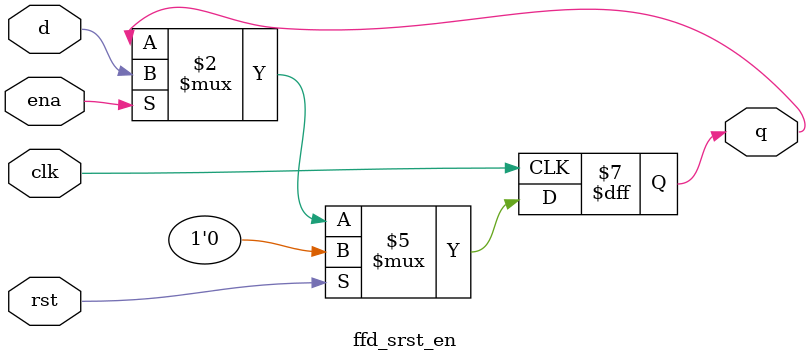
<source format=v>
/*------------------------------------------------------------------------
---- Module:  ffd_srst_en                                             ----
---- Description: simple flip-flop D with synchronous reset and       ----
----     enable                                                       ----
---- Author/s:  Martín A. Heredia                                     ----
---- Last revision: Sep. 2023                                         ----
---- Dependencies:  None                                              ----
------------------------------------------------------------------------*/

module ffd_srst_en
(
    input  wire clk,
    input  wire   d,
    input  wire rst,
    input  wire ena,
    output reg    q
);

always @ (posedge clk)
begin
    if(rst)
        q <= 1'b0;
    else if(ena)
        q <= d;
end

endmodule
</source>
